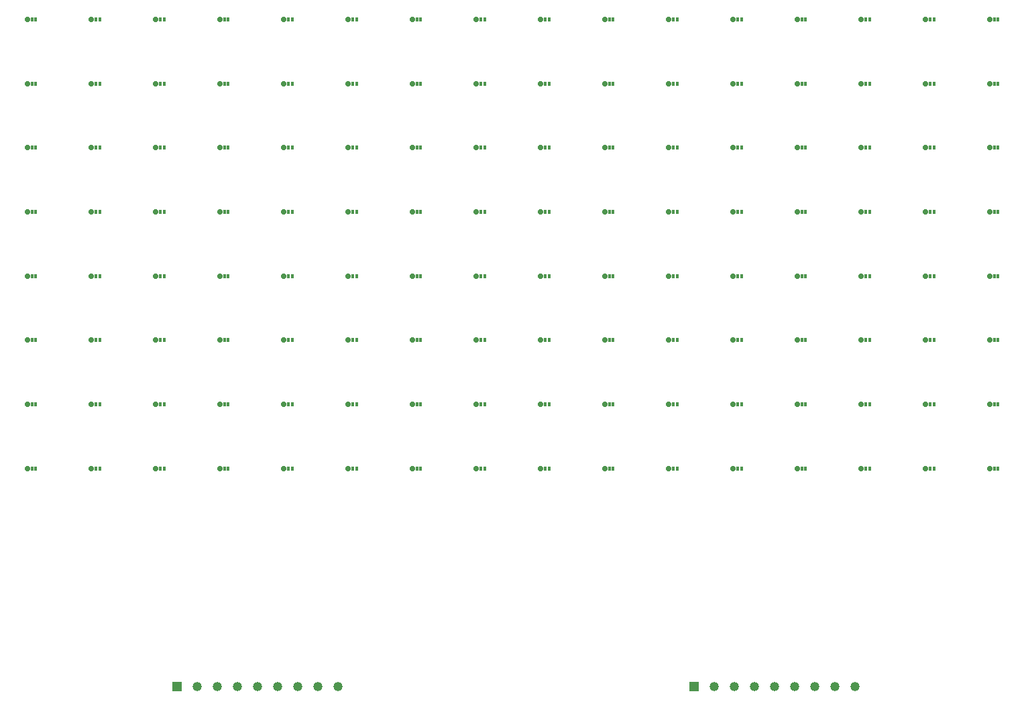
<source format=gts>
G04*
G04 #@! TF.GenerationSoftware,Altium Limited,Altium Designer,25.3.3 (18)*
G04*
G04 Layer_Color=8388736*
%FSLAX44Y44*%
%MOMM*%
G71*
G04*
G04 #@! TF.SameCoordinates,CB88EDEE-3B84-468B-BC6F-DFD1C9856FDA*
G04*
G04*
G04 #@! TF.FilePolarity,Negative*
G04*
G01*
G75*
%ADD14R,0.4532X0.5032*%
%ADD15C,1.1882*%
%ADD16R,1.1882X1.1882*%
%ADD17C,0.7032*%
D14*
X1632300Y575310D02*
D03*
X1627500D02*
D03*
X417300Y1142310D02*
D03*
X412500D02*
D03*
X417300Y1061310D02*
D03*
X412500D02*
D03*
X417300Y980310D02*
D03*
X412500D02*
D03*
X417300Y899310D02*
D03*
X412500D02*
D03*
X417300Y818310D02*
D03*
X412500D02*
D03*
X417300Y737310D02*
D03*
X412500D02*
D03*
X417300Y656310D02*
D03*
X412500D02*
D03*
Y575310D02*
D03*
X417300D02*
D03*
X498300Y1142310D02*
D03*
X493500D02*
D03*
X498300Y1061310D02*
D03*
X493500D02*
D03*
X498300Y980310D02*
D03*
X493500D02*
D03*
X498300Y899310D02*
D03*
X493500D02*
D03*
X498300Y818310D02*
D03*
X493500D02*
D03*
X498300Y737310D02*
D03*
X493500D02*
D03*
X498300Y656310D02*
D03*
X493500D02*
D03*
X498300Y575310D02*
D03*
X493500D02*
D03*
X579300Y1142310D02*
D03*
X574500D02*
D03*
X579300Y1061310D02*
D03*
X574500D02*
D03*
X579300Y980310D02*
D03*
X574500D02*
D03*
X579300Y899310D02*
D03*
X574500D02*
D03*
X579300Y818310D02*
D03*
X574500D02*
D03*
X579300Y737310D02*
D03*
X574500D02*
D03*
X579300Y656310D02*
D03*
X574500D02*
D03*
X579300Y575310D02*
D03*
X574500D02*
D03*
X660300Y1142310D02*
D03*
X655500D02*
D03*
X660300Y1061310D02*
D03*
X655500D02*
D03*
X660300Y980310D02*
D03*
X655500D02*
D03*
X660300Y899310D02*
D03*
X655500D02*
D03*
X660300Y818310D02*
D03*
X655500D02*
D03*
X660300Y737310D02*
D03*
X655500D02*
D03*
X660300Y656310D02*
D03*
X655500D02*
D03*
X660300Y575310D02*
D03*
X655500D02*
D03*
X741300Y1142310D02*
D03*
X736500D02*
D03*
X741300Y1061310D02*
D03*
X736500D02*
D03*
X741300Y980310D02*
D03*
X736500D02*
D03*
X741300Y899310D02*
D03*
X736500D02*
D03*
X741300Y818310D02*
D03*
X736500D02*
D03*
X741300Y737310D02*
D03*
X736500D02*
D03*
X741300Y656310D02*
D03*
X736500D02*
D03*
X741300Y575310D02*
D03*
X736500D02*
D03*
X822300Y1142310D02*
D03*
X817500D02*
D03*
X822300Y1061310D02*
D03*
X817500D02*
D03*
X822300Y980310D02*
D03*
X817500D02*
D03*
X822300Y899310D02*
D03*
X817500D02*
D03*
X822300Y818310D02*
D03*
X817500D02*
D03*
X822300Y737310D02*
D03*
X817500D02*
D03*
X822300Y656310D02*
D03*
X817500D02*
D03*
X822300Y575310D02*
D03*
X817500D02*
D03*
X903300Y1142310D02*
D03*
X898500D02*
D03*
X903300Y1061310D02*
D03*
X898500D02*
D03*
X903300Y980310D02*
D03*
X898500D02*
D03*
X903300Y899310D02*
D03*
X898500D02*
D03*
X903300Y818310D02*
D03*
X898500D02*
D03*
X903300Y737310D02*
D03*
X898500D02*
D03*
X903300Y656310D02*
D03*
X898500D02*
D03*
X903300Y575310D02*
D03*
X898500D02*
D03*
X984300Y1142310D02*
D03*
X979500D02*
D03*
X984300Y1061310D02*
D03*
X979500D02*
D03*
X984300Y980310D02*
D03*
X979500D02*
D03*
X984300Y899310D02*
D03*
X979500D02*
D03*
X984300Y818310D02*
D03*
X979500D02*
D03*
X984300Y737310D02*
D03*
X979500D02*
D03*
X984300Y656310D02*
D03*
X979500D02*
D03*
X984300Y575310D02*
D03*
X979500D02*
D03*
X1065300Y1142310D02*
D03*
X1060500D02*
D03*
X1065300Y1061310D02*
D03*
X1060500D02*
D03*
X1065300Y980310D02*
D03*
X1060500D02*
D03*
X1065300Y899310D02*
D03*
X1060500D02*
D03*
X1065300Y818310D02*
D03*
X1060500D02*
D03*
X1065300Y737310D02*
D03*
X1060500D02*
D03*
X1065300Y656310D02*
D03*
X1060500D02*
D03*
X1065300Y575310D02*
D03*
X1060500D02*
D03*
X1146300Y1142310D02*
D03*
X1141500D02*
D03*
X1146300Y1061310D02*
D03*
X1141500D02*
D03*
X1146300Y980310D02*
D03*
X1141500D02*
D03*
X1146300Y899310D02*
D03*
X1141500D02*
D03*
X1146300Y818310D02*
D03*
X1141500D02*
D03*
X1146300Y737310D02*
D03*
X1141500D02*
D03*
X1146300Y656310D02*
D03*
X1141500D02*
D03*
X1146300Y575310D02*
D03*
X1141500D02*
D03*
X1227300Y1142310D02*
D03*
X1222500D02*
D03*
X1227300Y1061310D02*
D03*
X1222500D02*
D03*
X1227300Y980310D02*
D03*
X1222500D02*
D03*
X1227300Y899310D02*
D03*
X1222500D02*
D03*
X1227300Y818310D02*
D03*
X1222500D02*
D03*
X1227300Y737310D02*
D03*
X1222500D02*
D03*
X1227300Y656310D02*
D03*
X1222500D02*
D03*
X1227300Y575310D02*
D03*
X1222500D02*
D03*
X1308300Y1142310D02*
D03*
X1303500D02*
D03*
X1308300Y1061310D02*
D03*
X1303500D02*
D03*
X1308300Y980310D02*
D03*
X1303500D02*
D03*
X1308300Y899310D02*
D03*
X1303500D02*
D03*
X1308300Y818310D02*
D03*
X1303500D02*
D03*
X1308300Y737310D02*
D03*
X1303500D02*
D03*
X1308300Y656310D02*
D03*
X1303500D02*
D03*
X1308300Y575310D02*
D03*
X1303500D02*
D03*
X1389300Y1142310D02*
D03*
X1384500D02*
D03*
X1389300Y1061310D02*
D03*
X1384500D02*
D03*
X1389300Y980310D02*
D03*
X1384500D02*
D03*
X1389300Y899310D02*
D03*
X1384500D02*
D03*
X1389300Y818310D02*
D03*
X1384500D02*
D03*
X1389300Y737310D02*
D03*
X1384500D02*
D03*
X1389300Y656310D02*
D03*
X1384500D02*
D03*
X1389300Y575310D02*
D03*
X1384500D02*
D03*
X1470300Y1142310D02*
D03*
X1465500D02*
D03*
X1470300Y1061310D02*
D03*
X1465500D02*
D03*
X1470300Y980310D02*
D03*
X1465500D02*
D03*
X1470300Y899310D02*
D03*
X1465500D02*
D03*
X1470300Y818310D02*
D03*
X1465500D02*
D03*
X1470300Y737310D02*
D03*
X1465500D02*
D03*
X1470300Y656310D02*
D03*
X1465500D02*
D03*
X1470300Y575310D02*
D03*
X1465500D02*
D03*
X1551300Y1142310D02*
D03*
X1546500D02*
D03*
X1551300Y1061310D02*
D03*
X1546500D02*
D03*
X1551300Y980310D02*
D03*
X1546500D02*
D03*
X1551300Y899310D02*
D03*
X1546500D02*
D03*
X1551300Y818310D02*
D03*
X1546500D02*
D03*
X1551300Y737310D02*
D03*
X1546500D02*
D03*
X1551300Y656310D02*
D03*
X1546500D02*
D03*
X1551300Y575310D02*
D03*
X1546500D02*
D03*
X1632300Y1142310D02*
D03*
X1627500D02*
D03*
X1632300Y1061310D02*
D03*
X1627500D02*
D03*
X1632300Y980310D02*
D03*
X1627500D02*
D03*
X1632300Y899310D02*
D03*
X1627500D02*
D03*
X1632300Y818310D02*
D03*
X1627500D02*
D03*
X1632300Y737310D02*
D03*
X1627500D02*
D03*
X1632300Y656310D02*
D03*
X1627500D02*
D03*
D15*
X1451610Y300000D02*
D03*
X1426210D02*
D03*
X1400810D02*
D03*
X1375410D02*
D03*
X1350010D02*
D03*
X1324610D02*
D03*
X1299210D02*
D03*
X1273810D02*
D03*
X621260D02*
D03*
X646660D02*
D03*
X672060D02*
D03*
X697460D02*
D03*
X722860D02*
D03*
X748260D02*
D03*
X773660D02*
D03*
X799060D02*
D03*
D16*
X1248410D02*
D03*
X595860D02*
D03*
D17*
X406400Y575310D02*
D03*
X487400D02*
D03*
X811400D02*
D03*
X1540400Y899310D02*
D03*
Y737310D02*
D03*
X1621400Y575310D02*
D03*
X1540400Y818310D02*
D03*
X1621400Y656310D02*
D03*
Y737310D02*
D03*
Y818310D02*
D03*
Y899310D02*
D03*
Y980310D02*
D03*
Y1061310D02*
D03*
Y1142310D02*
D03*
X1540400Y575310D02*
D03*
Y656310D02*
D03*
Y980310D02*
D03*
Y1061310D02*
D03*
Y1142310D02*
D03*
X1459400Y575310D02*
D03*
Y656310D02*
D03*
Y737310D02*
D03*
Y818310D02*
D03*
Y899310D02*
D03*
Y980310D02*
D03*
Y1061310D02*
D03*
Y1142310D02*
D03*
X1378400Y575310D02*
D03*
Y656310D02*
D03*
Y737310D02*
D03*
Y818310D02*
D03*
Y899310D02*
D03*
Y980310D02*
D03*
Y1061310D02*
D03*
Y1142310D02*
D03*
X1297400Y575310D02*
D03*
Y656310D02*
D03*
Y737310D02*
D03*
Y818310D02*
D03*
Y899310D02*
D03*
Y980310D02*
D03*
Y1061310D02*
D03*
Y1142310D02*
D03*
X1216400Y575310D02*
D03*
Y656310D02*
D03*
Y737310D02*
D03*
Y818310D02*
D03*
Y899310D02*
D03*
Y980310D02*
D03*
Y1061310D02*
D03*
Y1142310D02*
D03*
X1135400Y575310D02*
D03*
Y656310D02*
D03*
Y737310D02*
D03*
Y818310D02*
D03*
Y899310D02*
D03*
Y980310D02*
D03*
Y1061310D02*
D03*
Y1142310D02*
D03*
X1054400Y575310D02*
D03*
Y656310D02*
D03*
Y737310D02*
D03*
Y818310D02*
D03*
Y899310D02*
D03*
Y980310D02*
D03*
Y1061310D02*
D03*
Y1142310D02*
D03*
X973400Y575310D02*
D03*
Y656310D02*
D03*
Y737310D02*
D03*
Y818310D02*
D03*
Y899310D02*
D03*
Y980310D02*
D03*
Y1061310D02*
D03*
Y1142310D02*
D03*
X892400Y575310D02*
D03*
Y656310D02*
D03*
Y737310D02*
D03*
Y818310D02*
D03*
Y899310D02*
D03*
Y980310D02*
D03*
Y1061310D02*
D03*
Y1142310D02*
D03*
X811400Y656310D02*
D03*
Y737310D02*
D03*
Y818310D02*
D03*
Y899310D02*
D03*
Y980310D02*
D03*
Y1061310D02*
D03*
Y1142310D02*
D03*
X730400Y575310D02*
D03*
Y656310D02*
D03*
Y737310D02*
D03*
Y818310D02*
D03*
Y899310D02*
D03*
Y980310D02*
D03*
Y1061310D02*
D03*
Y1142310D02*
D03*
X649400Y575310D02*
D03*
Y656310D02*
D03*
Y737310D02*
D03*
Y818310D02*
D03*
Y899310D02*
D03*
Y980310D02*
D03*
Y1061310D02*
D03*
Y1142310D02*
D03*
X568400Y575310D02*
D03*
Y656310D02*
D03*
Y737310D02*
D03*
Y818310D02*
D03*
Y899310D02*
D03*
Y980310D02*
D03*
Y1061310D02*
D03*
Y1142310D02*
D03*
X487400Y656310D02*
D03*
Y737310D02*
D03*
Y818310D02*
D03*
Y899310D02*
D03*
Y980310D02*
D03*
Y1061310D02*
D03*
Y1142310D02*
D03*
X406400Y656310D02*
D03*
Y737310D02*
D03*
Y818310D02*
D03*
Y899310D02*
D03*
Y980310D02*
D03*
Y1061310D02*
D03*
Y1142310D02*
D03*
M02*

</source>
